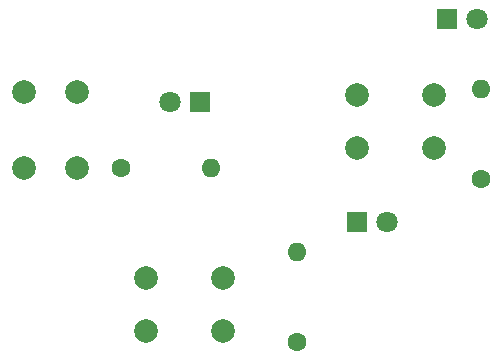
<source format=gts>
G04 #@! TF.GenerationSoftware,KiCad,Pcbnew,8.99.0-3458-gcd40f6046b*
G04 #@! TF.CreationDate,2025-06-29T19:21:04+05:30*
G04 #@! TF.ProjectId,solder,736f6c64-6572-42e6-9b69-6361645f7063,rev?*
G04 #@! TF.SameCoordinates,Original*
G04 #@! TF.FileFunction,Soldermask,Top*
G04 #@! TF.FilePolarity,Negative*
%FSLAX46Y46*%
G04 Gerber Fmt 4.6, Leading zero omitted, Abs format (unit mm)*
G04 Created by KiCad (PCBNEW 8.99.0-3458-gcd40f6046b) date 2025-06-29 19:21:04*
%MOMM*%
%LPD*%
G01*
G04 APERTURE LIST*
%ADD10R,1.800000X1.800000*%
%ADD11C,1.800000*%
%ADD12O,1.600000X1.600000*%
%ADD13C,1.600000*%
%ADD14C,2.000000*%
G04 APERTURE END LIST*
D10*
G04 #@! TO.C,D3*
X220345000Y-80645000D03*
D11*
X222885000Y-80645000D03*
G04 #@! TD*
D12*
G04 #@! TO.C,R3*
X223250000Y-86500000D03*
D13*
X223250000Y-94120000D03*
G04 #@! TD*
D14*
G04 #@! TO.C,SW1*
X189000000Y-93250000D03*
X189000000Y-86750000D03*
X184500000Y-93250000D03*
X184500000Y-86750000D03*
G04 #@! TD*
G04 #@! TO.C,SW5*
X194870000Y-107025000D03*
X201370000Y-107025000D03*
X194870000Y-102525000D03*
X201370000Y-102525000D03*
G04 #@! TD*
G04 #@! TO.C,SW3*
X219250000Y-87000000D03*
X212750000Y-87000000D03*
X219250000Y-91500000D03*
X212750000Y-91500000D03*
G04 #@! TD*
D11*
G04 #@! TO.C,D1*
X196855000Y-87630000D03*
D10*
X199395000Y-87630000D03*
G04 #@! TD*
D11*
G04 #@! TO.C,D5*
X215265000Y-97790000D03*
D10*
X212725000Y-97790000D03*
G04 #@! TD*
D13*
G04 #@! TO.C,R5*
X207645000Y-107950000D03*
D12*
X207645000Y-100330000D03*
G04 #@! TD*
D13*
G04 #@! TO.C,R1*
X192690000Y-93250000D03*
D12*
X200310000Y-93250000D03*
G04 #@! TD*
M02*

</source>
